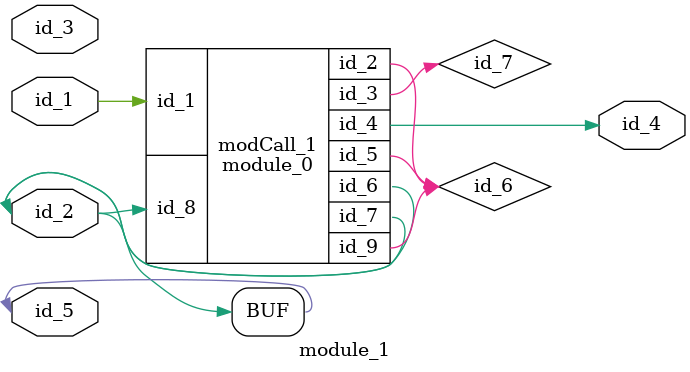
<source format=v>
module module_0 (
    id_1,
    id_2,
    id_3,
    id_4,
    id_5,
    id_6,
    id_7,
    id_8,
    id_9
);
  inout wire id_9;
  input wire id_8;
  inout wire id_7;
  inout wire id_6;
  inout wire id_5;
  output wire id_4;
  inout wire id_3;
  inout wire id_2;
  input wire id_1;
  wire  id_10  ,  id_11  ,  id_12  ,  id_13  ,  id_14  ,  id_15  ,  id_16  ,  id_17  ,  id_18  ,  id_19  ,  id_20  ,  id_21  ,  id_22  ,  id_23  ,  id_24  ,  id_25  ,  id_26  ,  id_27  ,  id_28  ,  id_29  ,  id_30  ,  id_31  ,  id_32  ,  id_33  ,  id_34  ,  id_35  ,  id_36  ,  id_37  ,  id_38  ,  id_39  ,  id_40  ,  id_41  ,  id_42  ,  id_43  ,  id_44  ,  id_45  ,  id_46  ,  id_47  ,  id_48  ,  id_49  ,  id_50  ,  id_51  ,  id_52  ,  id_53  ;
  wire id_54;
endmodule
module module_1 (
    id_1,
    id_2,
    id_3,
    id_4,
    id_5
);
  inout wire id_5;
  output wire id_4;
  input wire id_3;
  inout wire id_2;
  input wire id_1;
  wire id_6 = id_6;
  wire id_7;
  buf primCall (id_2, id_5);
  module_0 modCall_1 (
      id_1,
      id_6,
      id_7,
      id_4,
      id_6,
      id_2,
      id_2,
      id_2,
      id_6
  );
endmodule

</source>
